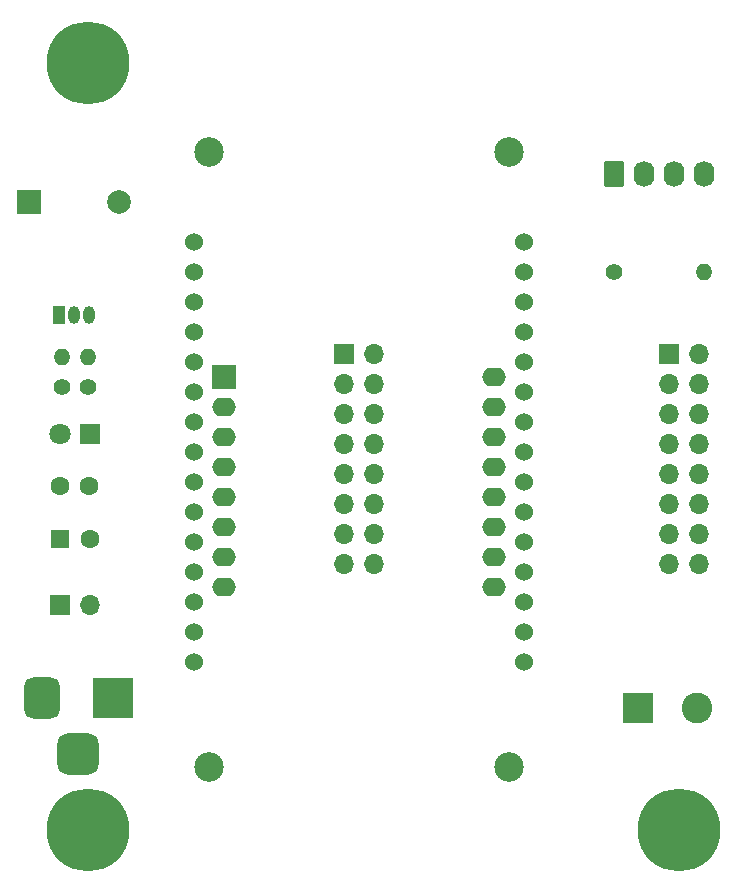
<source format=gbr>
%TF.GenerationSoftware,KiCad,Pcbnew,(6.0.9)*%
%TF.CreationDate,2025-12-22T11:41:54+09:00*%
%TF.ProjectId,ESP8266-clock,45535038-3236-4362-9d63-6c6f636b2e6b,rev?*%
%TF.SameCoordinates,Original*%
%TF.FileFunction,Soldermask,Bot*%
%TF.FilePolarity,Negative*%
%FSLAX46Y46*%
G04 Gerber Fmt 4.6, Leading zero omitted, Abs format (unit mm)*
G04 Created by KiCad (PCBNEW (6.0.9)) date 2025-12-22 11:41:54*
%MOMM*%
%LPD*%
G01*
G04 APERTURE LIST*
G04 Aperture macros list*
%AMRoundRect*
0 Rectangle with rounded corners*
0 $1 Rounding radius*
0 $2 $3 $4 $5 $6 $7 $8 $9 X,Y pos of 4 corners*
0 Add a 4 corners polygon primitive as box body*
4,1,4,$2,$3,$4,$5,$6,$7,$8,$9,$2,$3,0*
0 Add four circle primitives for the rounded corners*
1,1,$1+$1,$2,$3*
1,1,$1+$1,$4,$5*
1,1,$1+$1,$6,$7*
1,1,$1+$1,$8,$9*
0 Add four rect primitives between the rounded corners*
20,1,$1+$1,$2,$3,$4,$5,0*
20,1,$1+$1,$4,$5,$6,$7,0*
20,1,$1+$1,$6,$7,$8,$9,0*
20,1,$1+$1,$8,$9,$2,$3,0*%
G04 Aperture macros list end*
%ADD10C,1.524000*%
%ADD11RoundRect,0.250000X-0.620000X-0.845000X0.620000X-0.845000X0.620000X0.845000X-0.620000X0.845000X0*%
%ADD12O,1.740000X2.190000*%
%ADD13R,2.000000X2.000000*%
%ADD14O,2.000000X1.600000*%
%ADD15C,0.800000*%
%ADD16C,7.000000*%
%ADD17C,2.500000*%
%ADD18R,3.500000X3.500000*%
%ADD19RoundRect,0.750000X-0.750000X-1.000000X0.750000X-1.000000X0.750000X1.000000X-0.750000X1.000000X0*%
%ADD20RoundRect,0.875000X-0.875000X-0.875000X0.875000X-0.875000X0.875000X0.875000X-0.875000X0.875000X0*%
%ADD21R,1.000000X1.500000*%
%ADD22O,1.000000X1.500000*%
%ADD23R,2.600000X2.600000*%
%ADD24C,2.600000*%
%ADD25C,1.600000*%
%ADD26R,1.600000X1.600000*%
%ADD27C,2.000000*%
%ADD28C,1.400000*%
%ADD29O,1.400000X1.400000*%
%ADD30R,1.700000X1.700000*%
%ADD31O,1.700000X1.700000*%
%ADD32R,1.800000X1.800000*%
%ADD33C,1.800000*%
G04 APERTURE END LIST*
D10*
%TO.C,U1*%
X47030000Y-122680000D03*
X47030000Y-125220000D03*
X47030000Y-127760000D03*
X47030000Y-130300000D03*
X47030000Y-132840000D03*
X47030000Y-135380000D03*
X47030000Y-137920000D03*
X47030000Y-140460000D03*
X47030000Y-143000000D03*
X47030000Y-145540000D03*
X47030000Y-148080000D03*
X47030000Y-150620000D03*
X47030000Y-153160000D03*
X47030000Y-155700000D03*
X47030000Y-158240000D03*
X74970000Y-158240000D03*
X74970000Y-155700000D03*
X74970000Y-153160000D03*
X74970000Y-150620000D03*
X74970000Y-148080000D03*
X74970000Y-145540000D03*
X74970000Y-143000000D03*
X74970000Y-140460000D03*
X74970000Y-137920000D03*
X74970000Y-135380000D03*
X74970000Y-132840000D03*
X74970000Y-130300000D03*
X74970000Y-127760000D03*
X74970000Y-125220000D03*
X74970000Y-122680000D03*
%TD*%
D11*
%TO.C,U3*%
X82587500Y-116902500D03*
D12*
X85127500Y-116902500D03*
X87667500Y-116902500D03*
X90207500Y-116902500D03*
%TD*%
D13*
%TO.C,U2*%
X49555000Y-134110000D03*
D14*
X49555000Y-136650000D03*
X49555000Y-139190000D03*
X49555000Y-141730000D03*
X49555000Y-144270000D03*
X49555000Y-146810000D03*
X49555000Y-149350000D03*
X49555000Y-151890000D03*
X72415000Y-151890000D03*
X72415000Y-149350000D03*
X72415000Y-146810000D03*
X72415000Y-144270000D03*
X72415000Y-141730000D03*
X72415000Y-139190000D03*
X72415000Y-136650000D03*
X72415000Y-134110000D03*
%TD*%
D15*
%TO.C,H5*%
X40725000Y-107500000D03*
X38100000Y-104875000D03*
X36243845Y-105643845D03*
X39956155Y-109356155D03*
X38100000Y-110125000D03*
X36243845Y-109356155D03*
X39956155Y-105643845D03*
X35475000Y-107500000D03*
D16*
X38100000Y-107500000D03*
%TD*%
D17*
%TO.C,H3*%
X48300000Y-115050000D03*
%TD*%
D18*
%TO.C,J1*%
X40200000Y-161292500D03*
D19*
X34200000Y-161292500D03*
D20*
X37200000Y-165992500D03*
%TD*%
D17*
%TO.C,H2*%
X73700000Y-167150000D03*
%TD*%
D21*
%TO.C,Q1*%
X35630000Y-128900000D03*
D22*
X36900000Y-128900000D03*
X38170000Y-128900000D03*
%TD*%
D23*
%TO.C,J2*%
X84600000Y-162100000D03*
D24*
X89600000Y-162100000D03*
%TD*%
D17*
%TO.C,H1*%
X48300000Y-167150000D03*
%TD*%
D25*
%TO.C,C2*%
X35650000Y-143325000D03*
X38150000Y-143325000D03*
%TD*%
D26*
%TO.C,C1*%
X35700000Y-147825000D03*
D25*
X38200000Y-147825000D03*
%TD*%
D13*
%TO.C,BZ1*%
X33100000Y-119300000D03*
D27*
X40700000Y-119300000D03*
%TD*%
D15*
%TO.C,H7*%
X36243845Y-174356155D03*
X38100000Y-175125000D03*
X39956155Y-170643845D03*
X36243845Y-170643845D03*
X40725000Y-172500000D03*
X35475000Y-172500000D03*
X38100000Y-169875000D03*
X39956155Y-174356155D03*
D16*
X38100000Y-172500000D03*
%TD*%
D28*
%TO.C,R3*%
X38100000Y-134945000D03*
D29*
X38100000Y-132405000D03*
%TD*%
D15*
%TO.C,H6*%
X85475000Y-172500000D03*
X89956155Y-170643845D03*
X88100000Y-169875000D03*
D16*
X88100000Y-172500000D03*
D15*
X86243845Y-170643845D03*
X86243845Y-174356155D03*
X88100000Y-175125000D03*
X89956155Y-174356155D03*
X90725000Y-172500000D03*
%TD*%
D30*
%TO.C,J3*%
X59725000Y-132125000D03*
D31*
X62265000Y-132125000D03*
X59725000Y-134665000D03*
X62265000Y-134665000D03*
X59725000Y-137205000D03*
X62265000Y-137205000D03*
X59725000Y-139745000D03*
X62265000Y-139745000D03*
X59725000Y-142285000D03*
X62265000Y-142285000D03*
X59725000Y-144825000D03*
X62265000Y-144825000D03*
X59725000Y-147365000D03*
X62265000Y-147365000D03*
X59725000Y-149905000D03*
X62265000Y-149905000D03*
%TD*%
D30*
%TO.C,JP1*%
X35700000Y-153400000D03*
D31*
X38240000Y-153400000D03*
%TD*%
D28*
%TO.C,R2*%
X82587500Y-125250000D03*
D29*
X90207500Y-125250000D03*
%TD*%
D17*
%TO.C,H4*%
X73700000Y-115050000D03*
%TD*%
D32*
%TO.C,D1*%
X38220000Y-138925000D03*
D33*
X35680000Y-138925000D03*
%TD*%
D28*
%TO.C,R1*%
X35900000Y-134945000D03*
D29*
X35900000Y-132405000D03*
%TD*%
D30*
%TO.C,J4*%
X87225000Y-132125000D03*
D31*
X89765000Y-132125000D03*
X87225000Y-134665000D03*
X89765000Y-134665000D03*
X87225000Y-137205000D03*
X89765000Y-137205000D03*
X87225000Y-139745000D03*
X89765000Y-139745000D03*
X87225000Y-142285000D03*
X89765000Y-142285000D03*
X87225000Y-144825000D03*
X89765000Y-144825000D03*
X87225000Y-147365000D03*
X89765000Y-147365000D03*
X87225000Y-149905000D03*
X89765000Y-149905000D03*
%TD*%
M02*

</source>
